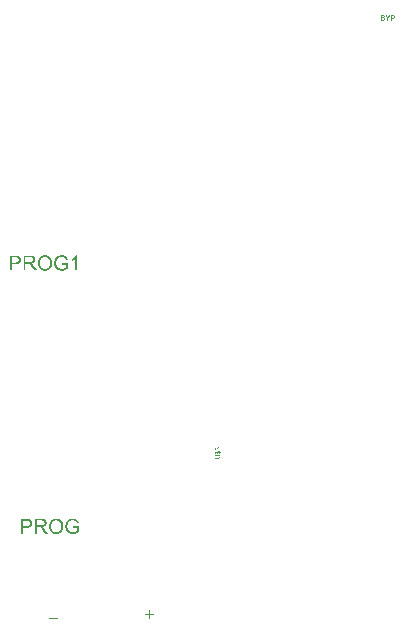
<source format=gto>
G04*
G04 #@! TF.GenerationSoftware,Altium Limited,Altium Designer,23.7.1 (13)*
G04*
G04 Layer_Color=65535*
%FSLAX44Y44*%
%MOMM*%
G71*
G04*
G04 #@! TF.SameCoordinates,79E1B895-7913-4AE0-894B-E54B3F4E96D7*
G04*
G04*
G04 #@! TF.FilePolarity,Positive*
G04*
G01*
G75*
%ADD10C,0.0816*%
%ADD11C,0.0340*%
G36*
X111618Y450168D02*
X111749D01*
X111880Y450156D01*
X112047Y450144D01*
X112213Y450120D01*
X112404Y450096D01*
X112595Y450073D01*
X113012Y449989D01*
X113441Y449882D01*
X113869Y449727D01*
X113881D01*
X113917Y449703D01*
X113977Y449679D01*
X114048Y449644D01*
X114143Y449596D01*
X114250Y449548D01*
X114370Y449477D01*
X114501Y449406D01*
X114775Y449227D01*
X115061Y449024D01*
X115346Y448774D01*
X115597Y448488D01*
X115609Y448476D01*
X115620Y448452D01*
X115656Y448405D01*
X115704Y448345D01*
X115751Y448262D01*
X115811Y448178D01*
X115883Y448059D01*
X115954Y447940D01*
X116025Y447797D01*
X116109Y447642D01*
X116192Y447476D01*
X116276Y447285D01*
X116347Y447094D01*
X116431Y446880D01*
X116502Y446666D01*
X116562Y446427D01*
X115049Y446010D01*
Y446022D01*
X115037Y446058D01*
X115025Y446106D01*
X115001Y446165D01*
X114977Y446249D01*
X114942Y446344D01*
X114858Y446558D01*
X114763Y446809D01*
X114632Y447059D01*
X114501Y447297D01*
X114346Y447523D01*
Y447535D01*
X114322Y447547D01*
X114274Y447619D01*
X114167Y447714D01*
X114036Y447845D01*
X113869Y447988D01*
X113667Y448143D01*
X113417Y448286D01*
X113143Y448417D01*
X113131D01*
X113107Y448429D01*
X113059Y448452D01*
X113000Y448464D01*
X112928Y448500D01*
X112845Y448524D01*
X112738Y448548D01*
X112630Y448583D01*
X112368Y448643D01*
X112083Y448703D01*
X111749Y448738D01*
X111403Y448750D01*
X111213D01*
X111117Y448738D01*
X110998Y448726D01*
X110867D01*
X110724Y448703D01*
X110415Y448667D01*
X110093Y448595D01*
X109748Y448512D01*
X109426Y448393D01*
X109414D01*
X109390Y448381D01*
X109343Y448357D01*
X109283Y448333D01*
X109212Y448298D01*
X109140Y448250D01*
X108949Y448155D01*
X108735Y448012D01*
X108509Y447857D01*
X108282Y447678D01*
X108080Y447476D01*
Y447464D01*
X108056Y447452D01*
X107996Y447380D01*
X107901Y447261D01*
X107794Y447106D01*
X107663Y446928D01*
X107532Y446713D01*
X107401Y446487D01*
X107282Y446237D01*
Y446225D01*
X107258Y446189D01*
X107234Y446118D01*
X107210Y446034D01*
X107175Y445927D01*
X107127Y445796D01*
X107091Y445641D01*
X107043Y445474D01*
X106996Y445296D01*
X106960Y445093D01*
X106912Y444891D01*
X106877Y444664D01*
X106829Y444188D01*
X106805Y443687D01*
Y443664D01*
Y443616D01*
Y443521D01*
X106817Y443413D01*
Y443259D01*
X106841Y443092D01*
X106853Y442913D01*
X106877Y442711D01*
X106912Y442484D01*
X106948Y442258D01*
X107043Y441793D01*
X107186Y441317D01*
X107282Y441091D01*
X107377Y440864D01*
X107389Y440852D01*
X107401Y440816D01*
X107437Y440757D01*
X107484Y440673D01*
X107544Y440590D01*
X107615Y440483D01*
X107711Y440364D01*
X107806Y440233D01*
X107925Y440090D01*
X108044Y439959D01*
X108187Y439816D01*
X108342Y439673D01*
X108497Y439542D01*
X108675Y439411D01*
X108866Y439292D01*
X109069Y439184D01*
X109080D01*
X109116Y439161D01*
X109176Y439137D01*
X109259Y439101D01*
X109366Y439053D01*
X109486Y439006D01*
X109628Y438958D01*
X109783Y438910D01*
X109950Y438863D01*
X110129Y438815D01*
X110534Y438720D01*
X110963Y438660D01*
X111201Y438648D01*
X111427Y438637D01*
X111535D01*
X111618Y438648D01*
X111713D01*
X111820Y438660D01*
X111951Y438672D01*
X112094Y438684D01*
X112261Y438708D01*
X112416Y438744D01*
X112785Y438815D01*
X113155Y438910D01*
X113548Y439053D01*
X113560D01*
X113595Y439077D01*
X113643Y439101D01*
X113715Y439125D01*
X113810Y439161D01*
X113905Y439208D01*
X114131Y439315D01*
X114382Y439446D01*
X114644Y439601D01*
X114894Y439768D01*
X115120Y439935D01*
Y442294D01*
X111403D01*
Y443783D01*
X116752D01*
Y439101D01*
X116740Y439089D01*
X116693Y439053D01*
X116633Y439006D01*
X116538Y438946D01*
X116431Y438863D01*
X116288Y438768D01*
X116145Y438660D01*
X115966Y438553D01*
X115787Y438434D01*
X115585Y438315D01*
X115370Y438184D01*
X115156Y438065D01*
X114691Y437826D01*
X114203Y437624D01*
X114191D01*
X114143Y437600D01*
X114072Y437576D01*
X113977Y437552D01*
X113857Y437517D01*
X113715Y437469D01*
X113560Y437421D01*
X113381Y437386D01*
X113190Y437338D01*
X112976Y437290D01*
X112761Y437255D01*
X112523Y437207D01*
X112035Y437159D01*
X111523Y437136D01*
X111344D01*
X111213Y437147D01*
X111046Y437159D01*
X110856Y437183D01*
X110641Y437207D01*
X110403Y437231D01*
X110153Y437278D01*
X109879Y437326D01*
X109605Y437386D01*
X109307Y437469D01*
X109021Y437552D01*
X108723Y437660D01*
X108425Y437779D01*
X108139Y437922D01*
X108127Y437934D01*
X108068Y437957D01*
X107996Y438005D01*
X107889Y438065D01*
X107770Y438148D01*
X107615Y438255D01*
X107460Y438374D01*
X107282Y438505D01*
X107103Y438660D01*
X106912Y438839D01*
X106722Y439018D01*
X106531Y439232D01*
X106353Y439446D01*
X106174Y439697D01*
X106007Y439947D01*
X105852Y440221D01*
X105840Y440233D01*
X105816Y440292D01*
X105781Y440376D01*
X105733Y440483D01*
X105674Y440626D01*
X105614Y440793D01*
X105542Y440995D01*
X105471Y441210D01*
X105400Y441448D01*
X105328Y441710D01*
X105268Y441984D01*
X105209Y442282D01*
X105161Y442591D01*
X105126Y442913D01*
X105102Y443247D01*
X105090Y443592D01*
Y443616D01*
Y443675D01*
Y443771D01*
X105102Y443902D01*
X105114Y444069D01*
X105126Y444259D01*
X105149Y444474D01*
X105185Y444712D01*
X105221Y444974D01*
X105280Y445236D01*
X105340Y445522D01*
X105411Y445820D01*
X105495Y446118D01*
X105602Y446415D01*
X105721Y446725D01*
X105852Y447023D01*
X105864Y447047D01*
X105888Y447094D01*
X105936Y447178D01*
X105995Y447285D01*
X106079Y447416D01*
X106174Y447571D01*
X106293Y447738D01*
X106424Y447916D01*
X106567Y448107D01*
X106734Y448310D01*
X106912Y448500D01*
X107115Y448703D01*
X107329Y448893D01*
X107556Y449072D01*
X107806Y449239D01*
X108068Y449394D01*
X108080Y449406D01*
X108139Y449429D01*
X108211Y449465D01*
X108318Y449513D01*
X108461Y449572D01*
X108628Y449644D01*
X108806Y449715D01*
X109021Y449787D01*
X109259Y449858D01*
X109509Y449930D01*
X109783Y450001D01*
X110081Y450061D01*
X110391Y450108D01*
X110712Y450144D01*
X111046Y450168D01*
X111391Y450180D01*
X111523D01*
X111618Y450168D01*
D02*
G37*
G36*
X124412Y437350D02*
X122863D01*
Y447202D01*
X122851D01*
X122839Y447178D01*
X122804Y447154D01*
X122756Y447106D01*
X122709Y447059D01*
X122637Y446999D01*
X122470Y446868D01*
X122256Y446701D01*
X122006Y446523D01*
X121708Y446332D01*
X121386Y446129D01*
X121374D01*
X121350Y446106D01*
X121303Y446082D01*
X121231Y446046D01*
X121160Y445998D01*
X121065Y445951D01*
X120850Y445832D01*
X120588Y445701D01*
X120326Y445570D01*
X120040Y445451D01*
X119766Y445331D01*
Y446832D01*
X119778Y446844D01*
X119826Y446856D01*
X119897Y446892D01*
X119980Y446940D01*
X120100Y446999D01*
X120231Y447071D01*
X120374Y447154D01*
X120540Y447249D01*
X120886Y447464D01*
X121267Y447714D01*
X121660Y448000D01*
X122029Y448310D01*
X122041Y448321D01*
X122077Y448345D01*
X122125Y448393D01*
X122184Y448464D01*
X122268Y448536D01*
X122363Y448631D01*
X122458Y448738D01*
X122565Y448846D01*
X122792Y449108D01*
X123030Y449394D01*
X123233Y449691D01*
X123328Y449846D01*
X123411Y450001D01*
X124412D01*
Y437350D01*
D02*
G37*
G36*
X85124Y449941D02*
X85279D01*
X85458Y449930D01*
X85660Y449906D01*
X86065Y449870D01*
X86494Y449810D01*
X86899Y449727D01*
X87090Y449668D01*
X87257Y449608D01*
X87268D01*
X87292Y449596D01*
X87340Y449572D01*
X87400Y449548D01*
X87483Y449501D01*
X87566Y449453D01*
X87769Y449334D01*
X87983Y449167D01*
X88222Y448965D01*
X88341Y448834D01*
X88448Y448703D01*
X88555Y448560D01*
X88662Y448405D01*
X88674Y448393D01*
X88686Y448369D01*
X88710Y448321D01*
X88746Y448250D01*
X88781Y448178D01*
X88829Y448083D01*
X88877Y447964D01*
X88936Y447845D01*
X88984Y447714D01*
X89032Y447571D01*
X89115Y447249D01*
X89174Y446892D01*
X89198Y446701D01*
Y446511D01*
Y446499D01*
Y446451D01*
Y446380D01*
X89186Y446284D01*
X89174Y446177D01*
X89151Y446034D01*
X89127Y445891D01*
X89091Y445724D01*
X89044Y445558D01*
X88984Y445367D01*
X88912Y445188D01*
X88829Y444998D01*
X88734Y444807D01*
X88615Y444617D01*
X88484Y444426D01*
X88329Y444247D01*
X88317Y444235D01*
X88293Y444212D01*
X88233Y444164D01*
X88162Y444104D01*
X88067Y444033D01*
X87959Y443950D01*
X87828Y443854D01*
X87662Y443759D01*
X87483Y443664D01*
X87292Y443568D01*
X87066Y443461D01*
X86828Y443378D01*
X86566Y443282D01*
X86280Y443211D01*
X85970Y443139D01*
X85637Y443092D01*
X85648D01*
X85660Y443080D01*
X85696Y443056D01*
X85744Y443032D01*
X85863Y442973D01*
X86018Y442889D01*
X86173Y442794D01*
X86351Y442687D01*
X86506Y442579D01*
X86649Y442460D01*
X86661Y442449D01*
X86685Y442425D01*
X86721Y442389D01*
X86768Y442341D01*
X86840Y442270D01*
X86911Y442198D01*
X86994Y442103D01*
X87090Y441996D01*
X87304Y441758D01*
X87542Y441472D01*
X87781Y441138D01*
X88031Y440781D01*
X90211Y437350D01*
X88126D01*
X86459Y439971D01*
X86447Y439983D01*
X86423Y440018D01*
X86387Y440078D01*
X86339Y440161D01*
X86280Y440257D01*
X86208Y440364D01*
X86041Y440614D01*
X85851Y440888D01*
X85648Y441174D01*
X85446Y441448D01*
X85351Y441579D01*
X85255Y441698D01*
Y441710D01*
X85232Y441722D01*
X85172Y441793D01*
X85089Y441900D01*
X84969Y442032D01*
X84838Y442174D01*
X84695Y442318D01*
X84541Y442437D01*
X84398Y442544D01*
X84386Y442556D01*
X84338Y442579D01*
X84267Y442627D01*
X84171Y442675D01*
X84052Y442734D01*
X83921Y442794D01*
X83790Y442842D01*
X83647Y442877D01*
X83635D01*
X83588Y442889D01*
X83528Y442901D01*
X83421Y442913D01*
X83290Y442925D01*
X83135Y442937D01*
X82944Y442949D01*
X80788D01*
Y437350D01*
X79120D01*
Y449953D01*
X84981D01*
X85124Y449941D01*
D02*
G37*
G36*
X72533D02*
X72818D01*
X73116Y449918D01*
X73438Y449894D01*
X73748Y449870D01*
X73891Y449846D01*
X74022Y449822D01*
X74034D01*
X74057Y449810D01*
X74117D01*
X74177Y449787D01*
X74260Y449775D01*
X74343Y449751D01*
X74570Y449691D01*
X74808Y449608D01*
X75070Y449513D01*
X75332Y449382D01*
X75570Y449239D01*
X75582D01*
X75594Y449215D01*
X75630Y449191D01*
X75677Y449155D01*
X75785Y449060D01*
X75940Y448929D01*
X76094Y448750D01*
X76261Y448548D01*
X76428Y448298D01*
X76583Y448024D01*
Y448012D01*
X76595Y447988D01*
X76619Y447940D01*
X76642Y447881D01*
X76678Y447809D01*
X76702Y447726D01*
X76738Y447631D01*
X76785Y447511D01*
X76857Y447261D01*
X76916Y446963D01*
X76964Y446642D01*
X76976Y446296D01*
Y446272D01*
Y446225D01*
X76964Y446141D01*
Y446022D01*
X76940Y445891D01*
X76916Y445724D01*
X76893Y445546D01*
X76845Y445355D01*
X76797Y445141D01*
X76726Y444926D01*
X76642Y444700D01*
X76547Y444474D01*
X76428Y444247D01*
X76285Y444021D01*
X76130Y443795D01*
X75951Y443580D01*
X75940Y443568D01*
X75904Y443532D01*
X75844Y443473D01*
X75749Y443413D01*
X75630Y443318D01*
X75487Y443235D01*
X75308Y443128D01*
X75106Y443032D01*
X74868Y442925D01*
X74594Y442818D01*
X74296Y442734D01*
X73962Y442651D01*
X73581Y442579D01*
X73176Y442520D01*
X72735Y442484D01*
X72247Y442472D01*
X69018D01*
Y437350D01*
X67351D01*
Y449953D01*
X72414D01*
X72533Y449941D01*
D02*
G37*
G36*
X97633Y450168D02*
X97775Y450156D01*
X97954Y450132D01*
X98157Y450108D01*
X98383Y450073D01*
X98621Y450025D01*
X98871Y449977D01*
X99134Y449906D01*
X99396Y449822D01*
X99670Y449727D01*
X99944Y449608D01*
X100218Y449489D01*
X100480Y449334D01*
X100492Y449322D01*
X100539Y449298D01*
X100611Y449251D01*
X100706Y449179D01*
X100825Y449096D01*
X100968Y448988D01*
X101111Y448869D01*
X101278Y448726D01*
X101445Y448572D01*
X101623Y448405D01*
X101802Y448214D01*
X101981Y448000D01*
X102147Y447773D01*
X102314Y447535D01*
X102481Y447285D01*
X102624Y447011D01*
X102636Y446999D01*
X102660Y446940D01*
X102695Y446856D01*
X102743Y446749D01*
X102791Y446606D01*
X102862Y446439D01*
X102922Y446249D01*
X102993Y446034D01*
X103065Y445796D01*
X103124Y445534D01*
X103196Y445248D01*
X103243Y444950D01*
X103291Y444640D01*
X103327Y444319D01*
X103350Y443973D01*
X103362Y443628D01*
Y443604D01*
Y443545D01*
Y443437D01*
X103350Y443306D01*
X103339Y443139D01*
X103327Y442937D01*
X103303Y442723D01*
X103267Y442484D01*
X103219Y442222D01*
X103172Y441948D01*
X103112Y441662D01*
X103029Y441376D01*
X102945Y441078D01*
X102838Y440781D01*
X102719Y440483D01*
X102576Y440197D01*
X102564Y440185D01*
X102541Y440126D01*
X102493Y440054D01*
X102433Y439947D01*
X102350Y439828D01*
X102255Y439673D01*
X102147Y439518D01*
X102016Y439339D01*
X101861Y439161D01*
X101707Y438970D01*
X101516Y438779D01*
X101325Y438589D01*
X101111Y438410D01*
X100885Y438231D01*
X100646Y438065D01*
X100384Y437910D01*
X100372Y437898D01*
X100325Y437874D01*
X100241Y437838D01*
X100134Y437791D01*
X100003Y437731D01*
X99848Y437660D01*
X99670Y437600D01*
X99467Y437529D01*
X99253Y437445D01*
X99014Y437386D01*
X98764Y437314D01*
X98490Y437255D01*
X98216Y437207D01*
X97930Y437171D01*
X97633Y437147D01*
X97323Y437136D01*
X97239D01*
X97144Y437147D01*
X97025D01*
X96870Y437159D01*
X96679Y437183D01*
X96477Y437207D01*
X96251Y437243D01*
X96012Y437290D01*
X95762Y437350D01*
X95488Y437410D01*
X95226Y437493D01*
X94952Y437600D01*
X94666Y437707D01*
X94392Y437838D01*
X94130Y437993D01*
X94118Y438005D01*
X94071Y438029D01*
X93999Y438077D01*
X93904Y438148D01*
X93785Y438243D01*
X93654Y438339D01*
X93499Y438470D01*
X93344Y438613D01*
X93177Y438768D01*
X92999Y438946D01*
X92820Y439137D01*
X92653Y439351D01*
X92474Y439566D01*
X92308Y439816D01*
X92153Y440066D01*
X92010Y440340D01*
X91998Y440352D01*
X91974Y440411D01*
X91938Y440483D01*
X91903Y440602D01*
X91843Y440733D01*
X91783Y440900D01*
X91724Y441091D01*
X91652Y441293D01*
X91581Y441519D01*
X91521Y441758D01*
X91462Y442020D01*
X91402Y442294D01*
X91366Y442579D01*
X91331Y442877D01*
X91307Y443175D01*
X91295Y443485D01*
Y443497D01*
Y443521D01*
Y443568D01*
Y443628D01*
X91307Y443699D01*
Y443783D01*
X91319Y443890D01*
Y443997D01*
X91343Y444271D01*
X91378Y444569D01*
X91438Y444902D01*
X91509Y445272D01*
X91593Y445665D01*
X91700Y446058D01*
X91843Y446463D01*
X92010Y446880D01*
X92200Y447285D01*
X92415Y447678D01*
X92677Y448047D01*
X92975Y448393D01*
X92999Y448417D01*
X93058Y448464D01*
X93153Y448560D01*
X93284Y448667D01*
X93451Y448810D01*
X93654Y448953D01*
X93892Y449119D01*
X94154Y449286D01*
X94452Y449453D01*
X94785Y449620D01*
X95143Y449763D01*
X95524Y449906D01*
X95941Y450013D01*
X96382Y450108D01*
X96846Y450156D01*
X97335Y450180D01*
X97501D01*
X97633Y450168D01*
D02*
G37*
G36*
X121067Y227218D02*
X121198D01*
X121329Y227206D01*
X121496Y227194D01*
X121663Y227170D01*
X121853Y227146D01*
X122044Y227122D01*
X122461Y227039D01*
X122890Y226932D01*
X123319Y226777D01*
X123330D01*
X123366Y226753D01*
X123426Y226729D01*
X123497Y226693D01*
X123593Y226646D01*
X123700Y226598D01*
X123819Y226527D01*
X123950Y226455D01*
X124224Y226276D01*
X124510Y226074D01*
X124796Y225824D01*
X125046Y225538D01*
X125058Y225526D01*
X125070Y225502D01*
X125105Y225455D01*
X125153Y225395D01*
X125201Y225312D01*
X125260Y225228D01*
X125332Y225109D01*
X125403Y224990D01*
X125475Y224847D01*
X125558Y224692D01*
X125641Y224525D01*
X125725Y224335D01*
X125796Y224144D01*
X125880Y223930D01*
X125951Y223715D01*
X126011Y223477D01*
X124498Y223060D01*
Y223072D01*
X124486Y223108D01*
X124474Y223155D01*
X124450Y223215D01*
X124426Y223298D01*
X124391Y223394D01*
X124307Y223608D01*
X124212Y223858D01*
X124081Y224108D01*
X123950Y224347D01*
X123795Y224573D01*
Y224585D01*
X123771Y224597D01*
X123724Y224668D01*
X123616Y224764D01*
X123485Y224895D01*
X123319Y225037D01*
X123116Y225192D01*
X122866Y225335D01*
X122592Y225466D01*
X122580D01*
X122556Y225478D01*
X122508Y225502D01*
X122449Y225514D01*
X122378Y225550D01*
X122294Y225574D01*
X122187Y225597D01*
X122080Y225633D01*
X121818Y225693D01*
X121532Y225752D01*
X121198Y225788D01*
X120853Y225800D01*
X120662D01*
X120567Y225788D01*
X120448Y225776D01*
X120317D01*
X120174Y225752D01*
X119864Y225716D01*
X119542Y225645D01*
X119197Y225562D01*
X118875Y225443D01*
X118863D01*
X118839Y225431D01*
X118792Y225407D01*
X118732Y225383D01*
X118661Y225347D01*
X118589Y225300D01*
X118399Y225204D01*
X118184Y225061D01*
X117958Y224907D01*
X117732Y224728D01*
X117529Y224525D01*
Y224513D01*
X117505Y224501D01*
X117446Y224430D01*
X117350Y224311D01*
X117243Y224156D01*
X117112Y223977D01*
X116981Y223763D01*
X116850Y223536D01*
X116731Y223286D01*
Y223274D01*
X116707Y223239D01*
X116683Y223167D01*
X116659Y223084D01*
X116624Y222977D01*
X116576Y222846D01*
X116540Y222691D01*
X116493Y222524D01*
X116445Y222345D01*
X116409Y222143D01*
X116362Y221940D01*
X116326Y221714D01*
X116278Y221237D01*
X116254Y220737D01*
Y220713D01*
Y220666D01*
Y220570D01*
X116266Y220463D01*
Y220308D01*
X116290Y220141D01*
X116302Y219963D01*
X116326Y219760D01*
X116362Y219534D01*
X116397Y219308D01*
X116493Y218843D01*
X116636Y218367D01*
X116731Y218140D01*
X116826Y217914D01*
X116838Y217902D01*
X116850Y217866D01*
X116886Y217807D01*
X116933Y217723D01*
X116993Y217640D01*
X117064Y217533D01*
X117160Y217414D01*
X117255Y217282D01*
X117374Y217139D01*
X117493Y217008D01*
X117636Y216866D01*
X117791Y216723D01*
X117946Y216591D01*
X118125Y216460D01*
X118315Y216341D01*
X118518Y216234D01*
X118530D01*
X118565Y216210D01*
X118625Y216187D01*
X118708Y216151D01*
X118816Y216103D01*
X118935Y216055D01*
X119078Y216008D01*
X119233Y215960D01*
X119399Y215912D01*
X119578Y215865D01*
X119983Y215770D01*
X120412Y215710D01*
X120650Y215698D01*
X120877Y215686D01*
X120984D01*
X121067Y215698D01*
X121162D01*
X121270Y215710D01*
X121401Y215722D01*
X121544Y215734D01*
X121710Y215758D01*
X121865Y215793D01*
X122234Y215865D01*
X122604Y215960D01*
X122997Y216103D01*
X123009D01*
X123045Y216127D01*
X123092Y216151D01*
X123164Y216175D01*
X123259Y216210D01*
X123354Y216258D01*
X123581Y216365D01*
X123831Y216496D01*
X124093Y216651D01*
X124343Y216818D01*
X124569Y216985D01*
Y219343D01*
X120853D01*
Y220832D01*
X126201D01*
Y216151D01*
X126189Y216139D01*
X126142Y216103D01*
X126082Y216055D01*
X125987Y215996D01*
X125880Y215912D01*
X125737Y215817D01*
X125594Y215710D01*
X125415Y215603D01*
X125237Y215484D01*
X125034Y215364D01*
X124819Y215233D01*
X124605Y215114D01*
X124141Y214876D01*
X123652Y214674D01*
X123640D01*
X123593Y214650D01*
X123521Y214626D01*
X123426Y214602D01*
X123307Y214566D01*
X123164Y214519D01*
X123009Y214471D01*
X122830Y214435D01*
X122640Y214388D01*
X122425Y214340D01*
X122211Y214304D01*
X121972Y214257D01*
X121484Y214209D01*
X120972Y214185D01*
X120793D01*
X120662Y214197D01*
X120495Y214209D01*
X120305Y214233D01*
X120090Y214257D01*
X119852Y214280D01*
X119602Y214328D01*
X119328Y214376D01*
X119054Y214435D01*
X118756Y214519D01*
X118470Y214602D01*
X118172Y214709D01*
X117874Y214828D01*
X117589Y214971D01*
X117577Y214983D01*
X117517Y215007D01*
X117446Y215055D01*
X117338Y215114D01*
X117219Y215198D01*
X117064Y215305D01*
X116910Y215424D01*
X116731Y215555D01*
X116552Y215710D01*
X116362Y215889D01*
X116171Y216067D01*
X115980Y216282D01*
X115802Y216496D01*
X115623Y216746D01*
X115456Y216996D01*
X115301Y217271D01*
X115289Y217282D01*
X115266Y217342D01*
X115230Y217425D01*
X115182Y217533D01*
X115123Y217675D01*
X115063Y217842D01*
X114992Y218045D01*
X114920Y218259D01*
X114849Y218498D01*
X114777Y218760D01*
X114718Y219034D01*
X114658Y219331D01*
X114610Y219641D01*
X114575Y219963D01*
X114551Y220296D01*
X114539Y220642D01*
Y220666D01*
Y220725D01*
Y220821D01*
X114551Y220951D01*
X114563Y221118D01*
X114575Y221309D01*
X114599Y221523D01*
X114634Y221762D01*
X114670Y222024D01*
X114730Y222286D01*
X114789Y222572D01*
X114861Y222869D01*
X114944Y223167D01*
X115051Y223465D01*
X115170Y223775D01*
X115301Y224073D01*
X115313Y224096D01*
X115337Y224144D01*
X115385Y224228D01*
X115444Y224335D01*
X115528Y224466D01*
X115623Y224621D01*
X115742Y224787D01*
X115873Y224966D01*
X116016Y225157D01*
X116183Y225359D01*
X116362Y225550D01*
X116564Y225752D01*
X116778Y225943D01*
X117005Y226122D01*
X117255Y226288D01*
X117517Y226443D01*
X117529Y226455D01*
X117589Y226479D01*
X117660Y226515D01*
X117767Y226562D01*
X117910Y226622D01*
X118077Y226693D01*
X118256Y226765D01*
X118470Y226836D01*
X118708Y226908D01*
X118959Y226979D01*
X119233Y227051D01*
X119530Y227110D01*
X119840Y227158D01*
X120162Y227194D01*
X120495Y227218D01*
X120841Y227229D01*
X120972D01*
X121067Y227218D01*
D02*
G37*
G36*
X94573Y226991D02*
X94728D01*
X94907Y226979D01*
X95110Y226956D01*
X95514Y226920D01*
X95943Y226860D01*
X96348Y226777D01*
X96539Y226717D01*
X96706Y226658D01*
X96718D01*
X96742Y226646D01*
X96789Y226622D01*
X96849Y226598D01*
X96932Y226550D01*
X97015Y226503D01*
X97218Y226384D01*
X97432Y226217D01*
X97671Y226014D01*
X97790Y225883D01*
X97897Y225752D01*
X98004Y225609D01*
X98111Y225455D01*
X98123Y225443D01*
X98135Y225419D01*
X98159Y225371D01*
X98195Y225300D01*
X98231Y225228D01*
X98278Y225133D01*
X98326Y225014D01*
X98385Y224895D01*
X98433Y224764D01*
X98481Y224621D01*
X98564Y224299D01*
X98624Y223942D01*
X98648Y223751D01*
Y223560D01*
Y223548D01*
Y223501D01*
Y223429D01*
X98636Y223334D01*
X98624Y223227D01*
X98600Y223084D01*
X98576Y222941D01*
X98540Y222774D01*
X98493Y222607D01*
X98433Y222417D01*
X98362Y222238D01*
X98278Y222048D01*
X98183Y221857D01*
X98064Y221666D01*
X97933Y221476D01*
X97778Y221297D01*
X97766Y221285D01*
X97742Y221261D01*
X97683Y221214D01*
X97611Y221154D01*
X97516Y221082D01*
X97409Y220999D01*
X97278Y220904D01*
X97111Y220809D01*
X96932Y220713D01*
X96742Y220618D01*
X96515Y220511D01*
X96277Y220427D01*
X96015Y220332D01*
X95729Y220261D01*
X95419Y220189D01*
X95086Y220141D01*
X95098D01*
X95110Y220130D01*
X95145Y220106D01*
X95193Y220082D01*
X95312Y220022D01*
X95467Y219939D01*
X95622Y219844D01*
X95800Y219736D01*
X95955Y219629D01*
X96098Y219510D01*
X96110Y219498D01*
X96134Y219474D01*
X96170Y219439D01*
X96217Y219391D01*
X96289Y219319D01*
X96360Y219248D01*
X96444Y219153D01*
X96539Y219046D01*
X96754Y218807D01*
X96992Y218521D01*
X97230Y218188D01*
X97480Y217830D01*
X99660Y214400D01*
X97575D01*
X95908Y217020D01*
X95896Y217032D01*
X95872Y217068D01*
X95836Y217128D01*
X95788Y217211D01*
X95729Y217306D01*
X95658Y217414D01*
X95491Y217664D01*
X95300Y217938D01*
X95098Y218223D01*
X94895Y218498D01*
X94800Y218629D01*
X94705Y218748D01*
Y218760D01*
X94681Y218771D01*
X94621Y218843D01*
X94538Y218950D01*
X94419Y219081D01*
X94288Y219224D01*
X94145Y219367D01*
X93990Y219486D01*
X93847Y219594D01*
X93835Y219605D01*
X93787Y219629D01*
X93716Y219677D01*
X93620Y219725D01*
X93501Y219784D01*
X93370Y219844D01*
X93239Y219891D01*
X93096Y219927D01*
X93084D01*
X93037Y219939D01*
X92977Y219951D01*
X92870Y219963D01*
X92739Y219975D01*
X92584Y219987D01*
X92393Y219998D01*
X90237D01*
Y214400D01*
X88569D01*
Y227003D01*
X94431D01*
X94573Y226991D01*
D02*
G37*
G36*
X81982D02*
X82268D01*
X82565Y226967D01*
X82887Y226943D01*
X83197Y226920D01*
X83340Y226896D01*
X83471Y226872D01*
X83483D01*
X83507Y226860D01*
X83566D01*
X83626Y226836D01*
X83709Y226824D01*
X83792Y226801D01*
X84019Y226741D01*
X84257Y226658D01*
X84519Y226562D01*
X84781Y226431D01*
X85020Y226288D01*
X85031D01*
X85043Y226264D01*
X85079Y226241D01*
X85127Y226205D01*
X85234Y226110D01*
X85389Y225979D01*
X85544Y225800D01*
X85710Y225597D01*
X85877Y225347D01*
X86032Y225073D01*
Y225061D01*
X86044Y225037D01*
X86068Y224990D01*
X86092Y224930D01*
X86127Y224859D01*
X86151Y224775D01*
X86187Y224680D01*
X86235Y224561D01*
X86306Y224311D01*
X86366Y224013D01*
X86413Y223691D01*
X86425Y223346D01*
Y223322D01*
Y223274D01*
X86413Y223191D01*
Y223072D01*
X86390Y222941D01*
X86366Y222774D01*
X86342Y222595D01*
X86294Y222405D01*
X86247Y222190D01*
X86175Y221976D01*
X86092Y221750D01*
X85996Y221523D01*
X85877Y221297D01*
X85734Y221071D01*
X85579Y220844D01*
X85401Y220630D01*
X85389Y220618D01*
X85353Y220582D01*
X85294Y220523D01*
X85198Y220463D01*
X85079Y220368D01*
X84936Y220284D01*
X84757Y220177D01*
X84555Y220082D01*
X84317Y219975D01*
X84043Y219867D01*
X83745Y219784D01*
X83411Y219701D01*
X83030Y219629D01*
X82625Y219570D01*
X82184Y219534D01*
X81696Y219522D01*
X78468D01*
Y214400D01*
X76800D01*
Y227003D01*
X81863D01*
X81982Y226991D01*
D02*
G37*
G36*
X107082Y227218D02*
X107225Y227206D01*
X107403Y227182D01*
X107606Y227158D01*
X107832Y227122D01*
X108070Y227075D01*
X108321Y227027D01*
X108583Y226956D01*
X108845Y226872D01*
X109119Y226777D01*
X109393Y226658D01*
X109667Y226539D01*
X109929Y226384D01*
X109941Y226372D01*
X109988Y226348D01*
X110060Y226300D01*
X110155Y226229D01*
X110274Y226145D01*
X110417Y226038D01*
X110560Y225919D01*
X110727Y225776D01*
X110894Y225621D01*
X111072Y225455D01*
X111251Y225264D01*
X111430Y225049D01*
X111597Y224823D01*
X111763Y224585D01*
X111930Y224335D01*
X112073Y224061D01*
X112085Y224049D01*
X112109Y223989D01*
X112144Y223906D01*
X112192Y223799D01*
X112240Y223656D01*
X112311Y223489D01*
X112371Y223298D01*
X112442Y223084D01*
X112514Y222846D01*
X112573Y222584D01*
X112645Y222298D01*
X112692Y222000D01*
X112740Y221690D01*
X112776Y221368D01*
X112800Y221023D01*
X112812Y220678D01*
Y220654D01*
Y220594D01*
Y220487D01*
X112800Y220356D01*
X112788Y220189D01*
X112776Y219987D01*
X112752Y219772D01*
X112716Y219534D01*
X112669Y219272D01*
X112621Y218998D01*
X112562Y218712D01*
X112478Y218426D01*
X112395Y218128D01*
X112288Y217830D01*
X112168Y217533D01*
X112025Y217247D01*
X112014Y217235D01*
X111990Y217175D01*
X111942Y217104D01*
X111882Y216996D01*
X111799Y216877D01*
X111704Y216723D01*
X111597Y216568D01*
X111466Y216389D01*
X111311Y216210D01*
X111156Y216020D01*
X110965Y215829D01*
X110775Y215639D01*
X110560Y215460D01*
X110334Y215281D01*
X110096Y215114D01*
X109833Y214960D01*
X109822Y214948D01*
X109774Y214924D01*
X109691Y214888D01*
X109583Y214840D01*
X109452Y214781D01*
X109297Y214709D01*
X109119Y214650D01*
X108916Y214578D01*
X108702Y214495D01*
X108463Y214435D01*
X108213Y214364D01*
X107939Y214304D01*
X107665Y214257D01*
X107380Y214221D01*
X107082Y214197D01*
X106772Y214185D01*
X106689D01*
X106593Y214197D01*
X106474D01*
X106319Y214209D01*
X106129Y214233D01*
X105926Y214257D01*
X105700Y214292D01*
X105462Y214340D01*
X105211Y214400D01*
X104937Y214459D01*
X104675Y214543D01*
X104401Y214650D01*
X104115Y214757D01*
X103841Y214888D01*
X103579Y215043D01*
X103567Y215055D01*
X103520Y215079D01*
X103448Y215126D01*
X103353Y215198D01*
X103234Y215293D01*
X103103Y215388D01*
X102948Y215519D01*
X102793Y215662D01*
X102626Y215817D01*
X102448Y215996D01*
X102269Y216187D01*
X102102Y216401D01*
X101924Y216615D01*
X101757Y216866D01*
X101602Y217116D01*
X101459Y217390D01*
X101447Y217402D01*
X101423Y217461D01*
X101388Y217533D01*
X101352Y217652D01*
X101292Y217783D01*
X101233Y217950D01*
X101173Y218140D01*
X101102Y218343D01*
X101030Y218569D01*
X100970Y218807D01*
X100911Y219069D01*
X100851Y219343D01*
X100816Y219629D01*
X100780Y219927D01*
X100756Y220225D01*
X100744Y220535D01*
Y220546D01*
Y220570D01*
Y220618D01*
Y220678D01*
X100756Y220749D01*
Y220832D01*
X100768Y220940D01*
Y221047D01*
X100792Y221321D01*
X100828Y221619D01*
X100887Y221952D01*
X100959Y222321D01*
X101042Y222715D01*
X101149Y223108D01*
X101292Y223513D01*
X101459Y223930D01*
X101650Y224335D01*
X101864Y224728D01*
X102126Y225097D01*
X102424Y225443D01*
X102448Y225466D01*
X102507Y225514D01*
X102603Y225609D01*
X102734Y225716D01*
X102900Y225860D01*
X103103Y226002D01*
X103341Y226169D01*
X103603Y226336D01*
X103901Y226503D01*
X104235Y226670D01*
X104592Y226812D01*
X104973Y226956D01*
X105390Y227063D01*
X105831Y227158D01*
X106295Y227206D01*
X106784Y227229D01*
X106951D01*
X107082Y227218D01*
D02*
G37*
G36*
X244392Y287496D02*
X244431Y287492D01*
X244476Y287489D01*
X244530Y287481D01*
X244587Y287466D01*
X244652Y287451D01*
X244720Y287432D01*
X244792Y287405D01*
X244865Y287374D01*
X244941Y287336D01*
X245017Y287290D01*
X245090Y287241D01*
X245166Y287180D01*
X245235Y287111D01*
X245238Y287108D01*
X245250Y287092D01*
X245269Y287073D01*
X245292Y287043D01*
X245318Y287005D01*
X245349Y286959D01*
X245383Y286906D01*
X245417Y286845D01*
X245452Y286780D01*
X245486Y286704D01*
X245516Y286624D01*
X245543Y286540D01*
X245566Y286448D01*
X245585Y286349D01*
X245596Y286247D01*
X245600Y286140D01*
Y286117D01*
X245596Y286090D01*
Y286052D01*
X245589Y286007D01*
X245585Y285953D01*
X245574Y285896D01*
X245562Y285831D01*
X245543Y285763D01*
X245524Y285694D01*
X245497Y285618D01*
X245467Y285546D01*
X245433Y285473D01*
X245391Y285397D01*
X245341Y285328D01*
X245288Y285260D01*
X245284Y285256D01*
X245273Y285245D01*
X245254Y285226D01*
X245231Y285203D01*
X245200Y285176D01*
X245162Y285145D01*
X245116Y285115D01*
X245067Y285077D01*
X245010Y285043D01*
X244949Y285008D01*
X244880Y284974D01*
X244808Y284944D01*
X244728Y284917D01*
X244644Y284890D01*
X244556Y284871D01*
X244465Y284860D01*
X244400Y285355D01*
X244404D01*
X244419Y285359D01*
X244438Y285363D01*
X244469Y285370D01*
X244503Y285382D01*
X244541Y285393D01*
X244587Y285405D01*
X244632Y285424D01*
X244732Y285462D01*
X244831Y285511D01*
X244926Y285572D01*
X244968Y285603D01*
X245006Y285641D01*
X245010Y285645D01*
X245014Y285652D01*
X245021Y285664D01*
X245033Y285679D01*
X245048Y285698D01*
X245063Y285721D01*
X245078Y285751D01*
X245097Y285782D01*
X245132Y285854D01*
X245158Y285942D01*
X245181Y286037D01*
X245185Y286090D01*
X245189Y286144D01*
Y286178D01*
X245185Y286201D01*
X245181Y286231D01*
X245177Y286266D01*
X245170Y286308D01*
X245158Y286349D01*
X245132Y286441D01*
X245109Y286490D01*
X245086Y286540D01*
X245059Y286590D01*
X245029Y286639D01*
X244991Y286688D01*
X244949Y286734D01*
X244945Y286738D01*
X244937Y286746D01*
X244926Y286757D01*
X244907Y286772D01*
X244880Y286791D01*
X244853Y286810D01*
X244819Y286833D01*
X244785Y286856D01*
X244743Y286875D01*
X244697Y286898D01*
X244648Y286917D01*
X244594Y286936D01*
X244537Y286951D01*
X244480Y286963D01*
X244415Y286971D01*
X244350Y286974D01*
X244347D01*
X244335D01*
X244316D01*
X244293Y286971D01*
X244267Y286967D01*
X244232Y286963D01*
X244194Y286955D01*
X244152Y286948D01*
X244065Y286921D01*
X244019Y286902D01*
X243969Y286879D01*
X243924Y286852D01*
X243878Y286826D01*
X243832Y286788D01*
X243790Y286749D01*
X243787Y286746D01*
X243779Y286738D01*
X243771Y286727D01*
X243756Y286711D01*
X243741Y286688D01*
X243722Y286662D01*
X243699Y286631D01*
X243680Y286597D01*
X243661Y286555D01*
X243638Y286513D01*
X243604Y286418D01*
X243589Y286365D01*
X243577Y286308D01*
X243573Y286247D01*
X243570Y286182D01*
Y286159D01*
X243573Y286129D01*
X243577Y286087D01*
X243581Y286037D01*
X243592Y285976D01*
X243604Y285911D01*
X243623Y285835D01*
X243188Y285888D01*
Y285896D01*
X243192Y285919D01*
X243196Y285942D01*
Y285999D01*
X243192Y286022D01*
Y286049D01*
X243188Y286083D01*
X243181Y286117D01*
X243177Y286159D01*
X243154Y286247D01*
X243127Y286342D01*
X243086Y286441D01*
X243063Y286487D01*
X243032Y286536D01*
X243029Y286540D01*
X243025Y286548D01*
X243013Y286559D01*
X243002Y286578D01*
X242983Y286597D01*
X242960Y286616D01*
X242937Y286639D01*
X242906Y286666D01*
X242872Y286688D01*
X242834Y286711D01*
X242792Y286730D01*
X242747Y286753D01*
X242697Y286768D01*
X242644Y286780D01*
X242583Y286788D01*
X242522Y286791D01*
X242518D01*
X242510D01*
X242495D01*
X242476Y286788D01*
X242453D01*
X242426Y286780D01*
X242365Y286768D01*
X242293Y286746D01*
X242217Y286711D01*
X242179Y286692D01*
X242145Y286666D01*
X242106Y286639D01*
X242072Y286605D01*
X242068Y286601D01*
X242064Y286597D01*
X242057Y286586D01*
X242045Y286570D01*
X242030Y286555D01*
X242015Y286532D01*
X241981Y286479D01*
X241950Y286410D01*
X241920Y286327D01*
X241901Y286235D01*
X241893Y286186D01*
Y286106D01*
X241897Y286083D01*
Y286060D01*
X241901Y286029D01*
X241916Y285965D01*
X241939Y285888D01*
X241969Y285805D01*
X242015Y285725D01*
X242045Y285686D01*
X242076Y285648D01*
X242080Y285645D01*
X242084Y285641D01*
X242095Y285629D01*
X242110Y285618D01*
X242129Y285603D01*
X242152Y285584D01*
X242179Y285568D01*
X242209Y285546D01*
X242247Y285527D01*
X242285Y285504D01*
X242331Y285485D01*
X242381Y285466D01*
X242434Y285446D01*
X242491Y285431D01*
X242552Y285416D01*
X242617Y285405D01*
X242529Y284909D01*
X242522D01*
X242507Y284913D01*
X242480Y284921D01*
X242449Y284928D01*
X242407Y284940D01*
X242358Y284955D01*
X242305Y284970D01*
X242247Y284993D01*
X242187Y285020D01*
X242125Y285046D01*
X242061Y285081D01*
X241996Y285119D01*
X241931Y285161D01*
X241870Y285206D01*
X241813Y285260D01*
X241760Y285317D01*
X241756Y285321D01*
X241748Y285332D01*
X241733Y285351D01*
X241718Y285374D01*
X241695Y285408D01*
X241672Y285446D01*
X241649Y285488D01*
X241623Y285538D01*
X241596Y285595D01*
X241573Y285656D01*
X241550Y285721D01*
X241527Y285793D01*
X241512Y285869D01*
X241497Y285949D01*
X241489Y286033D01*
X241485Y286121D01*
Y286151D01*
X241489Y286178D01*
Y286205D01*
X241493Y286239D01*
X241497Y286277D01*
X241504Y286319D01*
X241520Y286414D01*
X241546Y286513D01*
X241581Y286620D01*
X241630Y286727D01*
Y286730D01*
X241638Y286738D01*
X241645Y286753D01*
X241657Y286772D01*
X241672Y286795D01*
X241687Y286822D01*
X241729Y286883D01*
X241786Y286951D01*
X241851Y287024D01*
X241927Y287092D01*
X242015Y287153D01*
X242019D01*
X242026Y287161D01*
X242038Y287169D01*
X242057Y287176D01*
X242080Y287188D01*
X242106Y287199D01*
X242137Y287214D01*
X242171Y287229D01*
X242247Y287256D01*
X242335Y287279D01*
X242430Y287294D01*
X242533Y287302D01*
X242537D01*
X242545D01*
X242560D01*
X242579Y287298D01*
X242602D01*
X242628Y287294D01*
X242689Y287283D01*
X242766Y287268D01*
X242846Y287241D01*
X242929Y287207D01*
X243009Y287161D01*
X243013D01*
X243017Y287153D01*
X243029Y287146D01*
X243044Y287134D01*
X243082Y287104D01*
X243131Y287058D01*
X243185Y286997D01*
X243242Y286925D01*
X243299Y286841D01*
X243349Y286746D01*
Y286749D01*
X243352Y286761D01*
X243356Y286780D01*
X243364Y286807D01*
X243375Y286833D01*
X243390Y286871D01*
X243406Y286910D01*
X243421Y286951D01*
X243470Y287039D01*
X243528Y287131D01*
X243562Y287176D01*
X243604Y287222D01*
X243646Y287264D01*
X243691Y287302D01*
X243695Y287306D01*
X243703Y287310D01*
X243718Y287321D01*
X243737Y287332D01*
X243764Y287348D01*
X243794Y287363D01*
X243829Y287382D01*
X243871Y287401D01*
X243916Y287420D01*
X243966Y287439D01*
X244019Y287454D01*
X244076Y287470D01*
X244137Y287481D01*
X244202Y287492D01*
X244270Y287496D01*
X244343Y287500D01*
X244350D01*
X244366D01*
X244392Y287496D01*
D02*
G37*
G36*
X244438Y284353D02*
X244473D01*
X244518Y284345D01*
X244568Y284338D01*
X244625Y284330D01*
X244690Y284315D01*
X244754Y284300D01*
X244823Y284277D01*
X244895Y284250D01*
X244968Y284220D01*
X245040Y284181D01*
X245109Y284136D01*
X245181Y284086D01*
X245246Y284029D01*
X245250Y284025D01*
X245261Y284014D01*
X245276Y283995D01*
X245299Y283968D01*
X245326Y283938D01*
X245353Y283900D01*
X245387Y283854D01*
X245417Y283801D01*
X245452Y283743D01*
X245486Y283679D01*
X245516Y283610D01*
X245543Y283538D01*
X245570Y283458D01*
X245589Y283370D01*
X245604Y283282D01*
X245612Y283187D01*
X246111D01*
Y282894D01*
X245616D01*
Y282890D01*
X245612Y282878D01*
Y282859D01*
X245604Y282833D01*
X245600Y282799D01*
X245593Y282764D01*
X245585Y282722D01*
X245577Y282677D01*
X245555Y282581D01*
X245524Y282482D01*
X245490Y282379D01*
X245448Y282288D01*
Y282284D01*
X245440Y282276D01*
X245436Y282265D01*
X245425Y282250D01*
X245394Y282204D01*
X245356Y282151D01*
X245303Y282090D01*
X245235Y282021D01*
X245154Y281953D01*
X245063Y281888D01*
X245059D01*
X245052Y281880D01*
X245036Y281873D01*
X245014Y281861D01*
X244991Y281850D01*
X244956Y281835D01*
X244922Y281819D01*
X244880Y281800D01*
X244834Y281785D01*
X244785Y281766D01*
X244732Y281751D01*
X244674Y281735D01*
X244549Y281709D01*
X244412Y281694D01*
X244316Y282193D01*
X244320D01*
X244335Y282197D01*
X244354Y282200D01*
X244381Y282204D01*
X244415Y282212D01*
X244453Y282219D01*
X244495Y282227D01*
X244541Y282239D01*
X244636Y282269D01*
X244735Y282303D01*
X244827Y282345D01*
X244869Y282368D01*
X244907Y282395D01*
X244911Y282398D01*
X244918Y282406D01*
X244930Y282418D01*
X244949Y282433D01*
X244968Y282452D01*
X244991Y282475D01*
X245044Y282536D01*
X245097Y282608D01*
X245143Y282692D01*
X245162Y282738D01*
X245181Y282787D01*
X245193Y282840D01*
X245200Y282894D01*
X243646D01*
Y282890D01*
X243642Y282878D01*
X243638Y282863D01*
X243630Y282840D01*
X243623Y282814D01*
X243611Y282780D01*
X243600Y282741D01*
X243585Y282700D01*
X243550Y282604D01*
X243505Y282501D01*
X243451Y282387D01*
X243390Y282269D01*
Y282265D01*
X243383Y282257D01*
X243375Y282246D01*
X243368Y282231D01*
X243337Y282189D01*
X243295Y282136D01*
X243242Y282075D01*
X243181Y282014D01*
X243109Y281957D01*
X243025Y281903D01*
X243021D01*
X243013Y281899D01*
X243002Y281892D01*
X242983Y281884D01*
X242960Y281873D01*
X242937Y281865D01*
X242906Y281854D01*
X242872Y281842D01*
X242792Y281815D01*
X242705Y281796D01*
X242602Y281781D01*
X242495Y281777D01*
X242487D01*
X242472D01*
X242446Y281781D01*
X242407Y281785D01*
X242362Y281789D01*
X242308Y281796D01*
X242251Y281808D01*
X242190Y281823D01*
X242122Y281842D01*
X242053Y281869D01*
X241981Y281899D01*
X241908Y281934D01*
X241840Y281979D01*
X241767Y282029D01*
X241703Y282086D01*
X241638Y282151D01*
X241634Y282155D01*
X241626Y282162D01*
X241619Y282178D01*
X241604Y282197D01*
X241584Y282223D01*
X241565Y282254D01*
X241543Y282292D01*
X241520Y282337D01*
X241497Y282387D01*
X241474Y282440D01*
X241451Y282501D01*
X241432Y282570D01*
X241409Y282642D01*
X241394Y282719D01*
X241379Y282802D01*
X241367Y282894D01*
X241131D01*
Y283187D01*
X241367D01*
Y283191D01*
X241371Y283206D01*
Y283229D01*
X241379Y283260D01*
X241383Y283294D01*
X241390Y283336D01*
X241402Y283382D01*
X241413Y283431D01*
X241447Y283542D01*
X241493Y283652D01*
X241550Y283762D01*
X241584Y283816D01*
X241623Y283865D01*
X241626Y283869D01*
X241634Y283881D01*
X241649Y283896D01*
X241672Y283915D01*
X241699Y283941D01*
X241733Y283972D01*
X241771Y284002D01*
X241817Y284033D01*
X241866Y284067D01*
X241924Y284102D01*
X241981Y284132D01*
X242049Y284166D01*
X242118Y284193D01*
X242194Y284216D01*
X242278Y284239D01*
X242362Y284254D01*
X242438Y283743D01*
X242434D01*
X242426Y283740D01*
X242411D01*
X242388Y283736D01*
X242365Y283728D01*
X242339Y283720D01*
X242274Y283705D01*
X242202Y283679D01*
X242129Y283648D01*
X242057Y283606D01*
X241992Y283561D01*
X241985Y283553D01*
X241966Y283534D01*
X241939Y283503D01*
X241908Y283461D01*
X241874Y283408D01*
X241836Y283347D01*
X241805Y283271D01*
X241783Y283187D01*
X243211D01*
Y283191D01*
X243215Y283202D01*
X243219Y283221D01*
X243227Y283248D01*
X243234Y283279D01*
X243246Y283309D01*
X243265Y283389D01*
X243288Y283469D01*
X243314Y283549D01*
X243326Y283587D01*
X243337Y283622D01*
X243349Y283652D01*
X243360Y283679D01*
Y283682D01*
X243364Y283690D01*
X243371Y283701D01*
X243379Y283717D01*
X243402Y283759D01*
X243428Y283812D01*
X243467Y283869D01*
X243508Y283934D01*
X243554Y283995D01*
X243608Y284052D01*
X243615Y284060D01*
X243634Y284075D01*
X243665Y284102D01*
X243707Y284136D01*
X243756Y284174D01*
X243813Y284208D01*
X243882Y284246D01*
X243954Y284277D01*
X243958D01*
X243962Y284281D01*
X243973Y284284D01*
X243989Y284288D01*
X244030Y284303D01*
X244084Y284319D01*
X244149Y284330D01*
X244221Y284345D01*
X244301Y284353D01*
X244389Y284357D01*
X244396D01*
X244412D01*
X244438Y284353D01*
D02*
G37*
G36*
X243931Y281035D02*
X243985D01*
X244042Y281031D01*
X244111Y281027D01*
X244179Y281019D01*
X244255Y281012D01*
X244335Y281004D01*
X244495Y280977D01*
X244652Y280943D01*
X244728Y280924D01*
X244796Y280897D01*
X244800D01*
X244811Y280890D01*
X244831Y280882D01*
X244857Y280871D01*
X244888Y280855D01*
X244922Y280836D01*
X244960Y280814D01*
X245002Y280783D01*
X245048Y280753D01*
X245097Y280714D01*
X245143Y280676D01*
X245193Y280631D01*
X245242Y280581D01*
X245288Y280528D01*
X245337Y280467D01*
X245379Y280402D01*
X245383Y280398D01*
X245387Y280387D01*
X245398Y280364D01*
X245413Y280337D01*
X245429Y280303D01*
X245448Y280257D01*
X245471Y280208D01*
X245490Y280151D01*
X245509Y280086D01*
X245532Y280013D01*
X245551Y279937D01*
X245566Y279853D01*
X245581Y279766D01*
X245589Y279671D01*
X245596Y279568D01*
X245600Y279461D01*
Y279408D01*
X245596Y279366D01*
X245593Y279320D01*
X245589Y279263D01*
X245585Y279198D01*
X245577Y279133D01*
X245566Y279061D01*
X245555Y278985D01*
X245516Y278829D01*
X245497Y278752D01*
X245471Y278676D01*
X245440Y278600D01*
X245406Y278531D01*
X245402Y278528D01*
X245398Y278516D01*
X245387Y278497D01*
X245368Y278474D01*
X245349Y278444D01*
X245326Y278409D01*
X245295Y278371D01*
X245261Y278333D01*
X245223Y278291D01*
X245181Y278249D01*
X245135Y278207D01*
X245086Y278166D01*
X245033Y278124D01*
X244972Y278085D01*
X244911Y278051D01*
X244842Y278021D01*
X244838D01*
X244823Y278013D01*
X244804Y278006D01*
X244773Y277998D01*
X244735Y277987D01*
X244690Y277971D01*
X244636Y277960D01*
X244575Y277945D01*
X244511Y277929D01*
X244434Y277918D01*
X244350Y277903D01*
X244259Y277891D01*
X244164Y277884D01*
X244061Y277876D01*
X243951Y277868D01*
X243832D01*
X241501D01*
Y278402D01*
X243829D01*
X243836D01*
X243851D01*
X243878D01*
X243916D01*
X243958Y278406D01*
X244008D01*
X244065Y278409D01*
X244122Y278413D01*
X244248Y278425D01*
X244377Y278444D01*
X244442Y278451D01*
X244499Y278466D01*
X244556Y278482D01*
X244606Y278497D01*
X244610D01*
X244617Y278501D01*
X244629Y278508D01*
X244648Y278516D01*
X244690Y278543D01*
X244747Y278577D01*
X244808Y278623D01*
X244872Y278680D01*
X244933Y278748D01*
X244987Y278832D01*
Y278836D01*
X244991Y278844D01*
X244998Y278855D01*
X245006Y278874D01*
X245017Y278897D01*
X245029Y278928D01*
X245040Y278958D01*
X245052Y278996D01*
X245067Y279034D01*
X245078Y279080D01*
X245097Y279179D01*
X245112Y279293D01*
X245120Y279415D01*
Y279472D01*
X245116Y279510D01*
X245112Y279560D01*
X245105Y279613D01*
X245097Y279674D01*
X245086Y279739D01*
X245074Y279808D01*
X245055Y279876D01*
X245033Y279949D01*
X245006Y280017D01*
X244975Y280082D01*
X244941Y280147D01*
X244899Y280204D01*
X244853Y280253D01*
X244850Y280257D01*
X244842Y280265D01*
X244823Y280276D01*
X244800Y280292D01*
X244770Y280311D01*
X244728Y280333D01*
X244682Y280356D01*
X244625Y280379D01*
X244560Y280402D01*
X244488Y280425D01*
X244404Y280448D01*
X244309Y280467D01*
X244206Y280482D01*
X244091Y280494D01*
X243966Y280501D01*
X243829Y280505D01*
X241501D01*
Y281038D01*
X243832D01*
X243840D01*
X243859D01*
X243890D01*
X243931Y281035D01*
D02*
G37*
%LPC*%
G36*
X84767Y448560D02*
X80788D01*
Y444390D01*
X84564D01*
X84660Y444402D01*
X84767D01*
X84898Y444414D01*
X85029D01*
X85315Y444450D01*
X85613Y444486D01*
X85899Y444545D01*
X86161Y444617D01*
X86173D01*
X86185Y444628D01*
X86220Y444640D01*
X86268Y444664D01*
X86387Y444724D01*
X86530Y444807D01*
X86685Y444902D01*
X86840Y445033D01*
X86994Y445200D01*
X87137Y445379D01*
Y445391D01*
X87149Y445403D01*
X87197Y445474D01*
X87245Y445582D01*
X87316Y445713D01*
X87376Y445891D01*
X87435Y446082D01*
X87471Y446284D01*
X87483Y446511D01*
Y446523D01*
Y446546D01*
Y446594D01*
X87471Y446666D01*
X87459Y446737D01*
X87447Y446820D01*
X87400Y447035D01*
X87328Y447261D01*
X87209Y447511D01*
X87137Y447631D01*
X87042Y447750D01*
X86947Y447869D01*
X86828Y447976D01*
X86816Y447988D01*
X86792Y448000D01*
X86756Y448036D01*
X86709Y448071D01*
X86637Y448107D01*
X86542Y448167D01*
X86447Y448214D01*
X86327Y448274D01*
X86185Y448321D01*
X86041Y448381D01*
X85863Y448429D01*
X85684Y448464D01*
X85482Y448512D01*
X85255Y448536D01*
X85017Y448548D01*
X84767Y448560D01*
D02*
G37*
G36*
X72640Y448464D02*
X69018D01*
Y443961D01*
X72425D01*
X72533Y443973D01*
X72664Y443985D01*
X72818Y443997D01*
X72985Y444009D01*
X73164Y444033D01*
X73545Y444104D01*
X73926Y444212D01*
X74105Y444283D01*
X74272Y444366D01*
X74427Y444450D01*
X74570Y444557D01*
X74582Y444569D01*
X74605Y444581D01*
X74629Y444617D01*
X74677Y444664D01*
X74724Y444736D01*
X74784Y444807D01*
X74856Y444891D01*
X74915Y444998D01*
X74975Y445105D01*
X75046Y445236D01*
X75106Y445379D01*
X75153Y445522D01*
X75201Y445689D01*
X75237Y445867D01*
X75249Y446046D01*
X75261Y446249D01*
Y446260D01*
Y446284D01*
Y446320D01*
Y446380D01*
X75249Y446451D01*
X75237Y446523D01*
X75213Y446713D01*
X75165Y446928D01*
X75094Y447154D01*
X74987Y447380D01*
X74856Y447595D01*
Y447607D01*
X74832Y447619D01*
X74784Y447690D01*
X74689Y447785D01*
X74570Y447905D01*
X74415Y448036D01*
X74236Y448155D01*
X74034Y448262D01*
X73795Y448345D01*
X73772D01*
X73712Y448369D01*
X73664D01*
X73605Y448381D01*
X73533Y448393D01*
X73450Y448405D01*
X73343Y448417D01*
X73236Y448429D01*
X73104Y448441D01*
X72962D01*
X72807Y448452D01*
X72640Y448464D01*
D02*
G37*
G36*
X97335Y448738D02*
X97251D01*
X97168Y448726D01*
X97037Y448714D01*
X96882Y448703D01*
X96703Y448679D01*
X96501Y448631D01*
X96286Y448583D01*
X96060Y448524D01*
X95810Y448441D01*
X95560Y448345D01*
X95298Y448226D01*
X95035Y448083D01*
X94785Y447916D01*
X94535Y447726D01*
X94285Y447511D01*
X94273Y447499D01*
X94226Y447452D01*
X94166Y447380D01*
X94082Y447273D01*
X93987Y447142D01*
X93880Y446975D01*
X93773Y446785D01*
X93654Y446546D01*
X93534Y446284D01*
X93415Y445987D01*
X93308Y445653D01*
X93213Y445296D01*
X93130Y444891D01*
X93070Y444450D01*
X93022Y443973D01*
X93010Y443461D01*
Y443449D01*
Y443437D01*
Y443401D01*
Y443366D01*
X93022Y443247D01*
X93034Y443080D01*
X93046Y442889D01*
X93070Y442663D01*
X93118Y442425D01*
X93165Y442151D01*
X93225Y441877D01*
X93308Y441579D01*
X93415Y441281D01*
X93523Y440983D01*
X93666Y440685D01*
X93832Y440400D01*
X94023Y440126D01*
X94237Y439864D01*
X94249Y439851D01*
X94297Y439804D01*
X94368Y439744D01*
X94464Y439661D01*
X94583Y439566D01*
X94726Y439458D01*
X94893Y439339D01*
X95083Y439220D01*
X95298Y439089D01*
X95524Y438982D01*
X95786Y438863D01*
X96048Y438768D01*
X96346Y438684D01*
X96644Y438624D01*
X96977Y438577D01*
X97311Y438565D01*
X97394D01*
X97490Y438577D01*
X97621Y438589D01*
X97787Y438601D01*
X97978Y438637D01*
X98180Y438672D01*
X98407Y438732D01*
X98657Y438803D01*
X98907Y438887D01*
X99157Y438994D01*
X99419Y439125D01*
X99681Y439280D01*
X99944Y439446D01*
X100182Y439649D01*
X100420Y439887D01*
X100432Y439899D01*
X100468Y439947D01*
X100539Y440030D01*
X100611Y440137D01*
X100706Y440269D01*
X100813Y440435D01*
X100920Y440626D01*
X101039Y440852D01*
X101147Y441102D01*
X101254Y441388D01*
X101361Y441698D01*
X101456Y442032D01*
X101540Y442389D01*
X101599Y442782D01*
X101635Y443199D01*
X101647Y443640D01*
Y443664D01*
Y443711D01*
Y443795D01*
X101635Y443902D01*
Y444033D01*
X101623Y444188D01*
X101599Y444366D01*
X101587Y444557D01*
X101552Y444759D01*
X101516Y444974D01*
X101421Y445415D01*
X101302Y445879D01*
X101218Y446106D01*
X101123Y446320D01*
Y446332D01*
X101099Y446368D01*
X101063Y446427D01*
X101028Y446511D01*
X100968Y446606D01*
X100908Y446713D01*
X100825Y446844D01*
X100730Y446975D01*
X100515Y447261D01*
X100253Y447547D01*
X99944Y447833D01*
X99765Y447976D01*
X99586Y448095D01*
X99574Y448107D01*
X99538Y448119D01*
X99491Y448155D01*
X99407Y448190D01*
X99312Y448250D01*
X99205Y448298D01*
X99074Y448357D01*
X98931Y448417D01*
X98776Y448476D01*
X98597Y448536D01*
X98407Y448595D01*
X98216Y448643D01*
X97787Y448714D01*
X97561Y448726D01*
X97335Y448738D01*
D02*
G37*
G36*
X94216Y225609D02*
X90237D01*
Y221440D01*
X94014D01*
X94109Y221452D01*
X94216D01*
X94347Y221464D01*
X94478D01*
X94764Y221500D01*
X95062Y221535D01*
X95348Y221595D01*
X95610Y221666D01*
X95622D01*
X95634Y221678D01*
X95669Y221690D01*
X95717Y221714D01*
X95836Y221773D01*
X95979Y221857D01*
X96134Y221952D01*
X96289Y222083D01*
X96444Y222250D01*
X96587Y222429D01*
Y222441D01*
X96599Y222453D01*
X96646Y222524D01*
X96694Y222631D01*
X96765Y222762D01*
X96825Y222941D01*
X96884Y223132D01*
X96920Y223334D01*
X96932Y223560D01*
Y223572D01*
Y223596D01*
Y223644D01*
X96920Y223715D01*
X96908Y223787D01*
X96896Y223870D01*
X96849Y224084D01*
X96777Y224311D01*
X96658Y224561D01*
X96587Y224680D01*
X96491Y224799D01*
X96396Y224918D01*
X96277Y225026D01*
X96265Y225037D01*
X96241Y225049D01*
X96206Y225085D01*
X96158Y225121D01*
X96086Y225157D01*
X95991Y225216D01*
X95896Y225264D01*
X95777Y225323D01*
X95634Y225371D01*
X95491Y225431D01*
X95312Y225478D01*
X95133Y225514D01*
X94931Y225562D01*
X94705Y225585D01*
X94466Y225597D01*
X94216Y225609D01*
D02*
G37*
G36*
X82089Y225514D02*
X78468D01*
Y221011D01*
X81875D01*
X81982Y221023D01*
X82113Y221035D01*
X82268Y221047D01*
X82435Y221059D01*
X82613Y221082D01*
X82994Y221154D01*
X83376Y221261D01*
X83554Y221333D01*
X83721Y221416D01*
X83876Y221500D01*
X84019Y221607D01*
X84031Y221619D01*
X84055Y221630D01*
X84078Y221666D01*
X84126Y221714D01*
X84174Y221785D01*
X84233Y221857D01*
X84305Y221940D01*
X84364Y222048D01*
X84424Y222155D01*
X84495Y222286D01*
X84555Y222429D01*
X84603Y222572D01*
X84650Y222738D01*
X84686Y222917D01*
X84698Y223096D01*
X84710Y223298D01*
Y223310D01*
Y223334D01*
Y223370D01*
Y223429D01*
X84698Y223501D01*
X84686Y223572D01*
X84662Y223763D01*
X84614Y223977D01*
X84543Y224204D01*
X84436Y224430D01*
X84305Y224644D01*
Y224656D01*
X84281Y224668D01*
X84233Y224740D01*
X84138Y224835D01*
X84019Y224954D01*
X83864Y225085D01*
X83685Y225204D01*
X83483Y225312D01*
X83245Y225395D01*
X83221D01*
X83161Y225419D01*
X83113D01*
X83054Y225431D01*
X82983Y225443D01*
X82899Y225455D01*
X82792Y225466D01*
X82685Y225478D01*
X82554Y225490D01*
X82411D01*
X82256Y225502D01*
X82089Y225514D01*
D02*
G37*
G36*
X106784Y225788D02*
X106700D01*
X106617Y225776D01*
X106486Y225764D01*
X106331Y225752D01*
X106152Y225728D01*
X105950Y225681D01*
X105736Y225633D01*
X105509Y225574D01*
X105259Y225490D01*
X105009Y225395D01*
X104747Y225276D01*
X104485Y225133D01*
X104235Y224966D01*
X103984Y224775D01*
X103734Y224561D01*
X103722Y224549D01*
X103675Y224501D01*
X103615Y224430D01*
X103532Y224323D01*
X103436Y224192D01*
X103329Y224025D01*
X103222Y223834D01*
X103103Y223596D01*
X102984Y223334D01*
X102865Y223036D01*
X102757Y222703D01*
X102662Y222345D01*
X102579Y221940D01*
X102519Y221500D01*
X102472Y221023D01*
X102460Y220511D01*
Y220499D01*
Y220487D01*
Y220451D01*
Y220415D01*
X102472Y220296D01*
X102483Y220130D01*
X102495Y219939D01*
X102519Y219713D01*
X102567Y219474D01*
X102614Y219200D01*
X102674Y218926D01*
X102757Y218629D01*
X102865Y218331D01*
X102972Y218033D01*
X103115Y217735D01*
X103282Y217449D01*
X103472Y217175D01*
X103687Y216913D01*
X103699Y216901D01*
X103746Y216854D01*
X103818Y216794D01*
X103913Y216711D01*
X104032Y216615D01*
X104175Y216508D01*
X104342Y216389D01*
X104532Y216270D01*
X104747Y216139D01*
X104973Y216032D01*
X105235Y215912D01*
X105497Y215817D01*
X105795Y215734D01*
X106093Y215674D01*
X106426Y215627D01*
X106760Y215615D01*
X106843D01*
X106939Y215627D01*
X107070Y215639D01*
X107236Y215650D01*
X107427Y215686D01*
X107630Y215722D01*
X107856Y215781D01*
X108106Y215853D01*
X108356Y215936D01*
X108607Y216043D01*
X108869Y216175D01*
X109131Y216329D01*
X109393Y216496D01*
X109631Y216699D01*
X109869Y216937D01*
X109881Y216949D01*
X109917Y216996D01*
X109988Y217080D01*
X110060Y217187D01*
X110155Y217318D01*
X110262Y217485D01*
X110370Y217675D01*
X110489Y217902D01*
X110596Y218152D01*
X110703Y218438D01*
X110810Y218748D01*
X110906Y219081D01*
X110989Y219439D01*
X111049Y219832D01*
X111084Y220249D01*
X111096Y220689D01*
Y220713D01*
Y220761D01*
Y220844D01*
X111084Y220951D01*
Y221082D01*
X111072Y221237D01*
X111049Y221416D01*
X111037Y221607D01*
X111001Y221809D01*
X110965Y222024D01*
X110870Y222464D01*
X110751Y222929D01*
X110667Y223155D01*
X110572Y223370D01*
Y223382D01*
X110548Y223417D01*
X110513Y223477D01*
X110477Y223560D01*
X110417Y223656D01*
X110358Y223763D01*
X110274Y223894D01*
X110179Y224025D01*
X109965Y224311D01*
X109702Y224597D01*
X109393Y224883D01*
X109214Y225026D01*
X109035Y225145D01*
X109023Y225157D01*
X108988Y225169D01*
X108940Y225204D01*
X108857Y225240D01*
X108761Y225300D01*
X108654Y225347D01*
X108523Y225407D01*
X108380Y225466D01*
X108225Y225526D01*
X108047Y225585D01*
X107856Y225645D01*
X107665Y225693D01*
X107236Y225764D01*
X107010Y225776D01*
X106784Y225788D01*
D02*
G37*
G36*
X244423Y283846D02*
X244419D01*
X244412D01*
X244396D01*
X244377Y283843D01*
X244354D01*
X244328Y283839D01*
X244267Y283831D01*
X244198Y283812D01*
X244126Y283789D01*
X244053Y283759D01*
X243989Y283713D01*
X243985D01*
X243981Y283705D01*
X243973Y283698D01*
X243962Y283686D01*
X243947Y283671D01*
X243931Y283652D01*
X243912Y283625D01*
X243893Y283599D01*
X243874Y283564D01*
X243851Y283526D01*
X243829Y283484D01*
X243806Y283435D01*
X243783Y283382D01*
X243764Y283324D01*
X243741Y283260D01*
X243722Y283187D01*
X245200D01*
Y283191D01*
X245196Y283199D01*
Y283214D01*
X245193Y283237D01*
X245185Y283260D01*
X245177Y283286D01*
X245154Y283355D01*
X245124Y283427D01*
X245082Y283507D01*
X245025Y283587D01*
X244991Y283625D01*
X244953Y283660D01*
X244949Y283663D01*
X244941Y283667D01*
X244930Y283679D01*
X244914Y283690D01*
X244892Y283701D01*
X244869Y283720D01*
X244838Y283736D01*
X244808Y283755D01*
X244728Y283789D01*
X244640Y283816D01*
X244537Y283839D01*
X244480Y283843D01*
X244423Y283846D01*
D02*
G37*
G36*
X243135Y282894D02*
X241779D01*
Y282890D01*
X241783Y282882D01*
Y282867D01*
X241790Y282844D01*
X241794Y282821D01*
X241802Y282795D01*
X241824Y282730D01*
X241855Y282654D01*
X241897Y282577D01*
X241946Y282505D01*
X242011Y282437D01*
X242015D01*
X242019Y282429D01*
X242030Y282421D01*
X242045Y282410D01*
X242084Y282383D01*
X242137Y282357D01*
X242202Y282326D01*
X242278Y282299D01*
X242362Y282280D01*
X242407Y282276D01*
X242453Y282273D01*
X242457D01*
X242465D01*
X242476D01*
X242495Y282276D01*
X242518D01*
X242545Y282280D01*
X242602Y282292D01*
X242670Y282307D01*
X242739Y282334D01*
X242811Y282368D01*
X242880Y282414D01*
X242887Y282421D01*
X242906Y282440D01*
X242937Y282475D01*
X242956Y282501D01*
X242975Y282528D01*
X242994Y282558D01*
X243017Y282593D01*
X243036Y282631D01*
X243059Y282677D01*
X243078Y282722D01*
X243097Y282776D01*
X243116Y282833D01*
X243135Y282894D01*
D02*
G37*
%LPD*%
D10*
X100800Y142698D02*
X107597D01*
X185098Y143202D02*
Y150000D01*
X181699Y146601D02*
X188496D01*
D11*
X381538Y653769D02*
Y649519D01*
X383662D01*
X384371Y650227D01*
Y650936D01*
X383662Y651644D01*
X381538D01*
X383662D01*
X384371Y652352D01*
Y653060D01*
X383662Y653769D01*
X381538D01*
X385787D02*
Y653060D01*
X387204Y651644D01*
X388620Y653060D01*
Y653769D01*
X387204Y651644D02*
Y649519D01*
X390037D02*
Y653769D01*
X392162D01*
X392870Y653060D01*
Y651644D01*
X392162Y650936D01*
X390037D01*
M02*

</source>
